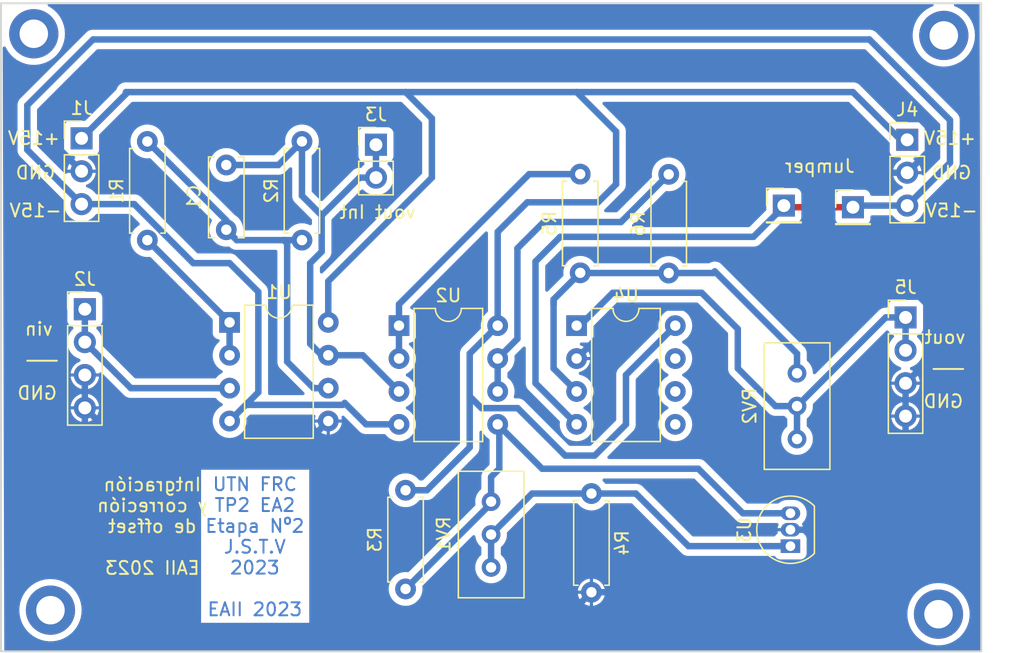
<source format=kicad_pcb>
(kicad_pcb (version 20221018) (generator pcbnew)
  (layers (0 "F.Cu" signal) (31 "B.Cu" signal) (34 "B.Paste" user) (35 "F.Paste" user) (36 "B.SilkS" user "B.Silkscreen") (37 "F.SilkS" user "F.Silkscreen") (38 "B.Mask" user) (39 "F.Mask" user) (44 "Edge.Cuts" user))
  (net 0 "")
  (net 1 "Net-(U1B--)")
  (net 2 "Vout_Integ")
  (net 3 "+15V")
  (net 4 "GND")
  (net 5 "-15V")
  (net 6 "Vin2")
  (net 7 "Vout2")
  (net 8 "Net-(U1A--)")
  (net 9 "Net-(U2B-+)")
  (net 10 "Net-(U3-REF)")
  (net 11 "Net-(U4A-+)")
  (net 12 "Net-(U2A--)")
  (net 13 "Net-(U2B--)")
  (footprint "Connector_PinHeader_2.54mm:PinHeader_1x02_P2.54mm_Vertical" (layer "F.Cu") (at 117.983 71.12)
    (fp_text reference "J3" (at 0 -2.33) (layer "F.SilkS") (effects (justify mirror)))
    (fp_text value "Conn_VoutInteg")
    (fp_line (start -1.33 -1.33) (end 0 -1.33) (stroke (width 0.12)) (layer "F.SilkS"))
    (fp_line (start -1.33 0) (end -1.33 -1.33) (stroke (width 0.12)) (layer "F.SilkS"))
    (fp_line (start -1.33 1.27) (end -1.33 3.87) (stroke (width 0.12)) (layer "F.SilkS"))
    (fp_line (start -1.33 1.27) (end 1.33 1.27) (stroke (width 0.12)) (layer "F.SilkS"))
    (fp_line (start -1.33 3.87) (end 1.33 3.87) (stroke (width 0.12)) (layer "F.SilkS"))
    (fp_line (start 1.33 1.27) (end 1.33 3.87) (stroke (width 0.12)) (layer "F.SilkS"))
    (pad "1" thru_hole rect (at 0 0) (size 1.7 1.7) (drill 1) (layers "*.Cu" "*.Mask") (net 2 "Vout_Integ"))
    (pad "2" thru_hole oval (at 0 2.54) (size 1.7 1.7) (drill 1) (layers "*.Cu" "*.Mask") (net 2 "Vout_Integ"))
  )
  (footprint "Resistor_THT:R_Axial_DIN0207_L6.3mm_D2.5mm_P7.62mm_Horizontal" (layer "F.Cu") (at 112.268 78.486 90)
    (fp_text reference "R2" (at 3.81 -2.37 90) (layer "F.SilkS") (effects (justify mirror)))
    (fp_text value "100k")
    (fp_line (start 0.54 -1.37) (end 7.08 -1.37) (stroke (width 0.12)) (layer "F.SilkS"))
    (fp_line (start 0.54 -1.04) (end 0.54 -1.37) (stroke (width 0.12)) (layer "F.SilkS"))
    (fp_line (start 0.54 1.04) (end 0.54 1.37) (stroke (width 0.12)) (layer "F.SilkS"))
    (fp_line (start 0.54 1.37) (end 7.08 1.37) (stroke (width 0.12)) (layer "F.SilkS"))
    (fp_line (start 7.08 -1.37) (end 7.08 -1.04) (stroke (width 0.12)) (layer "F.SilkS"))
    (fp_line (start 7.08 1.37) (end 7.08 1.04) (stroke (width 0.12)) (layer "F.SilkS"))
    (pad "1" thru_hole circle (at 0 0 90) (size 1.6 1.6) (drill 0.8) (layers "*.Cu" "*.Mask") (net 1 "Net-(U1B--)"))
    (pad "2" thru_hole oval (at 7.62 0 90) (size 1.6 1.6) (drill 0.8) (layers "*.Cu" "*.Mask") (net 2 "Vout_Integ"))
  )
  (footprint "Resistor_THT:R_Axial_DIN0207_L6.3mm_D2.5mm_P7.62mm_Horizontal" (layer "F.Cu") (at 120.269 105.42 90)
    (fp_text reference "R3" (at 3.81 -2.37 90) (layer "F.SilkS") (effects (justify mirror)))
    (fp_text value "10k")
    (fp_line (start 0.54 -1.37) (end 7.08 -1.37) (stroke (width 0.12)) (layer "F.SilkS"))
    (fp_line (start 0.54 -1.04) (end 0.54 -1.37) (stroke (width 0.12)) (layer "F.SilkS"))
    (fp_line (start 0.54 1.04) (end 0.54 1.37) (stroke (width 0.12)) (layer "F.SilkS"))
    (fp_line (start 0.54 1.37) (end 7.08 1.37) (stroke (width 0.12)) (layer "F.SilkS"))
    (fp_line (start 7.08 -1.37) (end 7.08 -1.04) (stroke (width 0.12)) (layer "F.SilkS"))
    (fp_line (start 7.08 1.37) (end 7.08 1.04) (stroke (width 0.12)) (layer "F.SilkS"))
    (pad "1" thru_hole circle (at 0 0 90) (size 1.6 1.6) (drill 0.8) (layers "*.Cu" "*.Mask") (net 9 "Net-(U2B-+)"))
    (pad "2" thru_hole oval (at 7.62 0 90) (size 1.6 1.6) (drill 0.8) (layers "*.Cu" "*.Mask") (net 3 "+15V"))
  )
  (footprint "" (layer "F.Cu") (at 161.42 107.37)
    (fp_text reference "" (at 0 0) (layer "F.SilkS") (effects (font (size 1.27 1.27))))
    (fp_text value "" (at 0 0) (layer "F.SilkS") (effects (font (size 1.27 1.27))))
    (pad "1" thru_hole circle (at 0 0) (size 3.8 3.8) (drill 2.2) (layers "*.Cu" "*.Mask"))
  )
  (footprint "Potentiometer_THT:Potentiometer_Bourns_3296W_Vertical" (layer "F.Cu") (at 150.495 88.763 90)
    (fp_text reference "RV2" (at -2.54 -3.66 90) (layer "F.SilkS") (effects (justify mirror)))
    (fp_text value "50k")
    (fp_line (start -7.425 -2.53) (end -7.425 2.54) (stroke (width 0.12)) (layer "F.SilkS"))
    (fp_line (start -7.425 -2.53) (end 2.345 -2.53) (stroke (width 0.12)) (layer "F.SilkS"))
    (fp_line (start -7.425 2.54) (end 2.345 2.54) (stroke (width 0.12)) (layer "F.SilkS"))
    (fp_line (start 2.345 -2.53) (end 2.345 2.54) (stroke (width 0.12)) (layer "F.SilkS"))
    (pad "1" thru_hole circle (at 0 0 90) (size 1.44 1.44) (drill 0.8) (layers "*.Cu" "*.Mask") (net 11 "Net-(U4A-+)"))
    (pad "2" thru_hole circle (at -2.54 0 90) (size 1.44 1.44) (drill 0.8) (layers "*.Cu" "*.Mask") (net 7 "Vout2"))
    (pad "3" thru_hole circle (at -5.08 0 90) (size 1.44 1.44) (drill 0.8) (layers "*.Cu" "*.Mask") (net 7 "Vout2"))
  )
  (footprint "Potentiometer_THT:Potentiometer_Bourns_3296W_Vertical" (layer "F.Cu") (at 126.873 98.679 90)
    (fp_text reference "RV1" (at -2.54 -3.66 90) (layer "F.SilkS") (effects (justify mirror)))
    (fp_text value "10k")
    (fp_line (start -7.425 -2.53) (end -7.425 2.54) (stroke (width 0.12)) (layer "F.SilkS"))
    (fp_line (start -7.425 -2.53) (end 2.345 -2.53) (stroke (width 0.12)) (layer "F.SilkS"))
    (fp_line (start -7.425 2.54) (end 2.345 2.54) (stroke (width 0.12)) (layer "F.SilkS"))
    (fp_line (start 2.345 -2.53) (end 2.345 2.54) (stroke (width 0.12)) (layer "F.SilkS"))
    (pad "1" thru_hole circle (at 0 0 90) (size 1.44 1.44) (drill 0.8) (layers "*.Cu" "*.Mask") (net 9 "Net-(U2B-+)"))
    (pad "2" thru_hole circle (at -2.54 0 90) (size 1.44 1.44) (drill 0.8) (layers "*.Cu" "*.Mask") (net 10 "Net-(U3-REF)"))
    (pad "3" thru_hole circle (at -5.08 0 90) (size 1.44 1.44) (drill 0.8) (layers "*.Cu" "*.Mask") (net 10 "Net-(U3-REF)"))
  )
  (footprint "MountingHole:MountingHole_2.2mm_M2_ISO14580_Pad" (layer "F.Cu") (at 91.56 62.55)
    (fp_text reference "REF**" hide)
    (fp_text value "MountingHole_2.2mm_M2_ISO14580_Pad" hide)
    (pad "1" thru_hole circle (at 0 0) (size 3.8 3.8) (drill 2.2) (layers "*.Cu" "*.Mask"))
  )
  (footprint "Connector_PinHeader_2.54mm:PinHeader_1x04_P2.54mm_Vertical" (layer "F.Cu") (at 158.877 84.455)
    (fp_text reference "J5" (at 0 -2.33) (layer "F.SilkS") (effects (justify mirror)))
    (fp_text value "Conn_Vout")
    (fp_line (start -1.33 -1.33) (end 0 -1.33) (stroke (width 0.12)) (layer "F.SilkS"))
    (fp_line (start -1.33 0) (end -1.33 -1.33) (stroke (width 0.12)) (layer "F.SilkS"))
    (fp_line (start -1.33 1.27) (end -1.33 8.95) (stroke (width 0.12)) (layer "F.SilkS"))
    (fp_line (start -1.33 1.27) (end 1.33 1.27) (stroke (width 0.12)) (layer "F.SilkS"))
    (fp_line (start -1.33 8.95) (end 1.33 8.95) (stroke (width 0.12)) (layer "F.SilkS"))
    (fp_line (start 1.33 1.27) (end 1.33 8.95) (stroke (width 0.12)) (layer "F.SilkS"))
    (pad "1" thru_hole rect (at 0 0) (size 1.7 1.7) (drill 1) (layers "*.Cu" "*.Mask") (net 7 "Vout2"))
    (pad "2" thru_hole oval (at 0 2.54) (size 1.7 1.7) (drill 1) (layers "*.Cu" "*.Mask") (net 7 "Vout2"))
    (pad "3" thru_hole oval (at 0 5.08) (size 1.7 1.7) (drill 1) (layers "*.Cu" "*.Mask") (net 4 "GND"))
    (pad "4" thru_hole oval (at 0 7.62) (size 1.7 1.7) (drill 1) (layers "*.Cu" "*.Mask") (net 4 "GND"))
  )
  (footprint "Resistor_THT:R_Axial_DIN0207_L6.3mm_D2.5mm_P7.62mm_Horizontal" (layer "F.Cu") (at 100.33 78.486 90)
    (fp_text reference "R1" (at 3.81 -2.37 90) (layer "F.SilkS") (effects (justify mirror)))
    (fp_text value "10k")
    (fp_line (start 0.54 -1.37) (end 7.08 -1.37) (stroke (width 0.12)) (layer "F.SilkS"))
    (fp_line (start 0.54 -1.04) (end 0.54 -1.37) (stroke (width 0.12)) (layer "F.SilkS"))
    (fp_line (start 0.54 1.04) (end 0.54 1.37) (stroke (width 0.12)) (layer "F.SilkS"))
    (fp_line (start 0.54 1.37) (end 7.08 1.37) (stroke (width 0.12)) (layer "F.SilkS"))
    (fp_line (start 7.08 -1.37) (end 7.08 -1.04) (stroke (width 0.12)) (layer "F.SilkS"))
    (fp_line (start 7.08 1.37) (end 7.08 1.04) (stroke (width 0.12)) (layer "F.SilkS"))
    (pad "1" thru_hole circle (at 0 0 90) (size 1.6 1.6) (drill 0.8) (layers "*.Cu" "*.Mask") (net 8 "Net-(U1A--)"))
    (pad "2" thru_hole oval (at 7.62 0 90) (size 1.6 1.6) (drill 0.8) (layers "*.Cu" "*.Mask") (net 1 "Net-(U1B--)"))
  )
  (footprint "Connector_PinHeader_2.54mm:PinHeader_1x04_P2.54mm_Vertical" (layer "F.Cu") (at 95.504 83.82)
    (fp_text reference "J2" (at 0 -2.33) (layer "F.SilkS") (effects (justify mirror)))
    (fp_text value "Conn_Vin")
    (fp_line (start -1.33 -1.33) (end 0 -1.33) (stroke (width 0.12)) (layer "F.SilkS"))
    (fp_line (start -1.33 0) (end -1.33 -1.33) (stroke (width 0.12)) (layer "F.SilkS"))
    (fp_line (start -1.33 1.27) (end -1.33 8.95) (stroke (width 0.12)) (layer "F.SilkS"))
    (fp_line (start -1.33 1.27) (end 1.33 1.27) (stroke (width 0.12)) (layer "F.SilkS"))
    (fp_line (start -1.33 8.95) (end 1.33 8.95) (stroke (width 0.12)) (layer "F.SilkS"))
    (fp_line (start 1.33 1.27) (end 1.33 8.95) (stroke (width 0.12)) (layer "F.SilkS"))
    (pad "1" thru_hole rect (at 0 0) (size 1.7 1.7) (drill 1) (layers "*.Cu" "*.Mask") (net 6 "Vin2"))
    (pad "2" thru_hole oval (at 0 2.54) (size 1.7 1.7) (drill 1) (layers "*.Cu" "*.Mask") (net 6 "Vin2"))
    (pad "3" thru_hole oval (at 0 5.08) (size 1.7 1.7) (drill 1) (layers "*.Cu" "*.Mask") (net 4 "GND"))
    (pad "4" thru_hole oval (at 0 7.62) (size 1.7 1.7) (drill 1) (layers "*.Cu" "*.Mask") (net 4 "GND"))
  )
  (footprint "Capacitor_THT:C_Disc_D6.0mm_W2.5mm_P5.00mm" (layer "F.Cu") (at 106.426 77.684 90)
    (fp_text reference "C1" (at 2.5 -2.5 90) (layer "F.SilkS") (effects (justify mirror)))
    (fp_text value "10n")
    (fp_line (start -0.62 -1.37) (end -0.62 -0.925) (stroke (width 0.12)) (layer "F.SilkS"))
    (fp_line (start -0.62 -1.37) (end 5.62 -1.37) (stroke (width 0.12)) (layer "F.SilkS"))
    (fp_line (start -0.62 0.925) (end -0.62 1.37) (stroke (width 0.12)) (layer "F.SilkS"))
    (fp_line (start -0.62 1.37) (end 5.62 1.37) (stroke (width 0.12)) (layer "F.SilkS"))
    (fp_line (start 5.62 -1.37) (end 5.62 -0.925) (stroke (width 0.12)) (layer "F.SilkS"))
    (fp_line (start 5.62 0.925) (end 5.62 1.37) (stroke (width 0.12)) (layer "F.SilkS"))
    (pad "1" thru_hole circle (at 0 0 90) (size 1.6 1.6) (drill 0.8) (layers "*.Cu" "*.Mask") (net 1 "Net-(U1B--)"))
    (pad "2" thru_hole circle (at 5 0 90) (size 1.6 1.6) (drill 0.8) (layers "*.Cu" "*.Mask") (net 2 "Vout_Integ"))
  )
  (footprint "Connector_PinHeader_2.54mm:PinHeader_1x01_P2.54mm_Vertical" (layer "F.Cu") (at 154.813 75.946)
    (fp_text reference "Jumper" (at -2.563 -3.176) (layer "F.SilkS") (effects (justify mirror)))
    (fp_text value "PinHeader_1x01_P2.54mm_Vertical")
    (fp_line (start -1.33 -1.33) (end 0 -1.33) (stroke (width 0.12)) (layer "F.SilkS"))
    (fp_line (start -1.33 0) (end -1.33 -1.33) (stroke (width 0.12)) (layer "F.SilkS"))
    (fp_line (start -1.33 1.27) (end -1.33 1.33) (stroke (width 0.12)) (layer "F.SilkS"))
    (fp_line (start -1.33 1.27) (end 1.33 1.27) (stroke (width 0.12)) (layer "F.SilkS"))
    (fp_line (start -1.33 1.33) (end 1.33 1.33) (stroke (width 0.12)) (layer "F.SilkS"))
    (fp_line (start 1.33 1.27) (end 1.33 1.33) (stroke (width 0.12)) (layer "F.SilkS"))
    (pad "1" thru_hole rect (at 0 0) (size 1.7 1.7) (drill 1) (layers "*.Cu" "*.Mask"))
  )
  (footprint "MountingHole:MountingHole_2.2mm_M2_ISO14580_Pad" (layer "F.Cu") (at 92.85 107.06)
    (fp_text reference "REF**" hide)
    (fp_text value "MountingHole_2.2mm_M2_ISO14580_Pad" hide)
    (pad "1" thru_hole circle (at 0 0) (size 3.8 3.8) (drill 2.2) (layers "*.Cu" "*.Mask"))
  )
  (footprint "Package_DIP:DIP-8_W7.62mm" (layer "F.Cu") (at 106.68 84.836)
    (fp_text reference "U1" (at 3.81 -2.33) (layer "F.SilkS") (effects (justify mirror)))
    (fp_text value "TL082")
    (fp_line (start 1.16 -1.33) (end 1.16 8.95) (stroke (width 0.12)) (layer "F.SilkS"))
    (fp_line (start 1.16 8.95) (end 6.46 8.95) (stroke (width 0.12)) (layer "F.SilkS"))
    (fp_line (start 2.81 -1.33) (end 1.16 -1.33) (stroke (width 0.12)) (layer "F.SilkS"))
    (fp_line (start 6.46 -1.33) (end 4.81 -1.33) (stroke (width 0.12)) (layer "F.SilkS"))
    (fp_line (start 6.46 8.95) (end 6.46 -1.33) (stroke (width 0.12)) (layer "F.SilkS"))
    (fp_arc (start 4.81 -1.33) (mid 3.81 -0.33) (end 2.81 -1.33) (stroke (width 0.12)) (layer "F.SilkS"))
    (pad "1" thru_hole rect (at 0 0) (size 1.6 1.6) (drill 0.8) (layers "*.Cu" "*.Mask") (net 8 "Net-(U1A--)"))
    (pad "2" thru_hole oval (at 0 2.54) (size 1.6 1.6) (drill 0.8) (layers "*.Cu" "*.Mask") (net 8 "Net-(U1A--)"))
    (pad "3" thru_hole oval (at 0 5.08) (size 1.6 1.6) (drill 0.8) (layers "*.Cu" "*.Mask") (net 6 "Vin2"))
    (pad "4" thru_hole oval (at 0 7.62) (size 1.6 1.6) (drill 0.8) (layers "*.Cu" "*.Mask") (net 5 "-15V"))
    (pad "5" thru_hole oval (at 7.62 7.62) (size 1.6 1.6) (drill 0.8) (layers "*.Cu" "*.Mask") (net 4 "GND"))
    (pad "6" thru_hole oval (at 7.62 5.08) (size 1.6 1.6) (drill 0.8) (layers "*.Cu" "*.Mask") (net 1 "Net-(U1B--)"))
    (pad "7" thru_hole oval (at 7.62 2.54) (size 1.6 1.6) (drill 0.8) (layers "*.Cu" "*.Mask") (net 2 "Vout_Integ"))
    (pad "8" thru_hole oval (at 7.62 0) (size 1.6 1.6) (drill 0.8) (layers "*.Cu" "*.Mask") (net 3 "+15V"))
  )
  (footprint "Resistor_THT:R_Axial_DIN0207_L6.3mm_D2.5mm_P7.62mm_Horizontal" (layer "F.Cu") (at 133.755 81.01 90)
    (fp_text reference "R5" (at 3.81 -2.37 90) (layer "F.SilkS") (effects (justify mirror)))
    (fp_text value "10k")
    (fp_line (start 0.54 -1.37) (end 7.08 -1.37) (stroke (width 0.12)) (layer "F.SilkS"))
    (fp_line (start 0.54 -1.04) (end 0.54 -1.37) (stroke (width 0.12)) (layer "F.SilkS"))
    (fp_line (start 0.54 1.04) (end 0.54 1.37) (stroke (width 0.12)) (layer "F.SilkS"))
    (fp_line (start 0.54 1.37) (end 7.08 1.37) (stroke (width 0.12)) (layer "F.SilkS"))
    (fp_line (start 7.08 -1.37) (end 7.08 -1.04) (stroke (width 0.12)) (layer "F.SilkS"))
    (fp_line (start 7.08 1.37) (end 7.08 1.04) (stroke (width 0.12)) (layer "F.SilkS"))
    (pad "1" thru_hole circle (at 0 0 90) (size 1.6 1.6) (drill 0.8) (layers "*.Cu" "*.Mask") (net 11 "Net-(U4A-+)"))
    (pad "2" thru_hole oval (at 7.62 0 90) (size 1.6 1.6) (drill 0.8) (layers "*.Cu" "*.Mask") (net 12 "Net-(U2A--)"))
  )
  (footprint "Package_DIP:DIP-8_W7.62mm" (layer "F.Cu") (at 119.761 85.09)
    (fp_text reference "U2" (at 3.81 -2.33) (layer "F.SilkS") (effects (justify mirror)))
    (fp_text value "TL082")
    (fp_line (start 1.16 -1.33) (end 1.16 8.95) (stroke (width 0.12)) (layer "F.SilkS"))
    (fp_line (start 1.16 8.95) (end 6.46 8.95) (stroke (width 0.12)) (layer "F.SilkS"))
    (fp_line (start 2.81 -1.33) (end 1.16 -1.33) (stroke (width 0.12)) (layer "F.SilkS"))
    (fp_line (start 6.46 -1.33) (end 4.81 -1.33) (stroke (width 0.12)) (layer "F.SilkS"))
    (fp_line (start 6.46 8.95) (end 6.46 -1.33) (stroke (width 0.12)) (layer "F.SilkS"))
    (fp_arc (start 4.81 -1.33) (mid 3.81 -0.33) (end 2.81 -1.33) (stroke (width 0.12)) (layer "F.SilkS"))
    (pad "1" thru_hole rect (at 0 0) (size 1.6 1.6) (drill 0.8) (layers "*.Cu" "*.Mask") (net 12 "Net-(U2A--)"))
    (pad "2" thru_hole oval (at 0 2.54) (size 1.6 1.6) (drill 0.8) (layers "*.Cu" "*.Mask") (net 12 "Net-(U2A--)"))
    (pad "3" thru_hole oval (at 0 5.08) (size 1.6 1.6) (drill 0.8) (layers "*.Cu" "*.Mask") (net 2 "Vout_Integ"))
    (pad "4" thru_hole oval (at 0 7.62) (size 1.6 1.6) (drill 0.8) (layers "*.Cu" "*.Mask") (net 5 "-15V"))
    (pad "5" thru_hole oval (at 7.62 7.62) (size 1.6 1.6) (drill 0.8) (layers "*.Cu" "*.Mask") (net 9 "Net-(U2B-+)"))
    (pad "6" thru_hole oval (at 7.62 5.08) (size 1.6 1.6) (drill 0.8) (layers "*.Cu" "*.Mask") (net 13 "Net-(U2B--)"))
    (pad "7" thru_hole oval (at 7.62 2.54) (size 1.6 1.6) (drill 0.8) (layers "*.Cu" "*.Mask") (net 13 "Net-(U2B--)"))
    (pad "8" thru_hole oval (at 7.62 0) (size 1.6 1.6) (drill 0.8) (layers "*.Cu" "*.Mask") (net 3 "+15V"))
  )
  (footprint "Package_TO_SOT_THT:TO-92_Inline" (layer "F.Cu") (at 149.987 102.118 90)
    (fp_text reference "U3" (at 1.27 -3.56 90) (layer "F.SilkS") (effects (justify mirror)))
    (fp_text value "TL431LP")
    (fp_line (start -0.53 1.85) (end 3.07 1.85) (stroke (width 0.12)) (layer "F.SilkS"))
    (fp_arc (start -0.568478 1.838478) (mid -1.132087 -0.994977) (end 1.27 -2.6) (stroke (width 0.12)) (layer "F.SilkS"))
    (fp_arc (start 1.27 -2.6) (mid 3.672087 -0.994977) (end 3.108478 1.838478) (stroke (width 0.12)) (layer "F.SilkS"))
    (pad "1" thru_hole rect (at 0 0 90) (size 1.05 1.5) (drill 0.75) (layers "*.Cu" "*.Mask") (net 10 "Net-(U3-REF)"))
    (pad "2" thru_hole oval (at 1.27 0 90) (size 1.05 1.5) (drill 0.75) (layers "*.Cu" "*.Mask") (net 4 "GND"))
    (pad "3" thru_hole oval (at 2.54 0 90) (size 1.05 1.5) (drill 0.75) (layers "*.Cu" "*.Mask") (net 9 "Net-(U2B-+)"))
  )
  (footprint "Connector_PinHeader_2.54mm:PinHeader_1x01_P2.54mm_Vertical" (layer "F.Cu") (at 149.479 75.819)
    (fp_text reference "REF**" hide)
    (fp_text value "PinHeader_1x01_P2.54mm_Vertical")
    (fp_line (start -1.33 -1.33) (end 0 -1.33) (stroke (width 0.12)) (layer "F.SilkS"))
    (fp_line (start -1.33 0) (end -1.33 -1.33) (stroke (width 0.12)) (layer "F.SilkS"))
    (fp_line (start -1.33 1.27) (end -1.33 1.33) (stroke (width 0.12)) (layer "F.SilkS"))
    (fp_line (start -1.33 1.27) (end 1.33 1.27) (stroke (width 0.12)) (layer "F.SilkS"))
    (fp_line (start -1.33 1.33) (end 1.33 1.33) (stroke (width 0.12)) (layer "F.SilkS"))
    (fp_line (start 1.33 1.27) (end 1.33 1.33) (stroke (width 0.12)) (layer "F.SilkS"))
    (pad "1" thru_hole rect (at 0 0) (size 1.7 1.7) (drill 1) (layers "*.Cu" "*.Mask"))
  )
  (footprint "Resistor_THT:R_Axial_DIN0207_L6.3mm_D2.5mm_P7.62mm_Horizontal" (layer "F.Cu") (at 140.589 81.026 90)
    (fp_text reference "R6" (at 3.81 -2.37 90) (layer "F.SilkS") (effects (justify mirror)))
    (fp_text value "10k")
    (fp_line (start 0.54 -1.37) (end 7.08 -1.37) (stroke (width 0.12)) (layer "F.SilkS"))
    (fp_line (start 0.54 -1.04) (end 0.54 -1.37) (stroke (width 0.12)) (layer "F.SilkS"))
    (fp_line (start 0.54 1.04) (end 0.54 1.37) (stroke (width 0.12)) (layer "F.SilkS"))
    (fp_line (start 0.54 1.37) (end 7.08 1.37) (stroke (width 0.12)) (layer "F.SilkS"))
    (fp_line (start 7.08 -1.37) (end 7.08 -1.04) (stroke (width 0.12)) (layer "F.SilkS"))
    (fp_line (start 7.08 1.37) (end 7.08 1.04) (stroke (width 0.12)) (layer "F.SilkS"))
    (pad "1" thru_hole circle (at 0 0 90) (size 1.6 1.6) (drill 0.8) (layers "*.Cu" "*.Mask") (net 11 "Net-(U4A-+)"))
    (pad "2" thru_hole oval (at 7.62 0 90) (size 1.6 1.6) (drill 0.8) (layers "*.Cu" "*.Mask") (net 13 "Net-(U2B--)"))
  )
  (footprint "MountingHole:MountingHole_2.2mm_M2_ISO14580_Pad" (layer "F.Cu") (at 161.83 62.68)
    (fp_text reference "REF**" hide)
    (fp_text value "MountingHole_2.2mm_M2_ISO14580_Pad" hide)
    (pad "1" thru_hole circle (at 0 0) (size 3.8 3.8) (drill 2.2) (layers "*.Cu" "*.Mask"))
  )
  (footprint "Package_DIP:DIP-8_W7.62mm" (layer "F.Cu") (at 133.477 85.09)
    (fp_text reference "U4" (at 3.81 -2.33) (layer "F.SilkS") (effects (justify mirror)))
    (fp_text value "TL082")
    (fp_line (start 1.16 -1.33) (end 1.16 8.95) (stroke (width 0.12)) (layer "F.SilkS"))
    (fp_line (start 1.16 8.95) (end 6.46 8.95) (stroke (width 0.12)) (layer "F.SilkS"))
    (fp_line (start 2.81 -1.33) (end 1.16 -1.33) (stroke (width 0.12)) (layer "F.SilkS"))
    (fp_line (start 6.46 -1.33) (end 4.81 -1.33) (stroke (width 0.12)) (layer "F.SilkS"))
    (fp_line (start 6.46 8.95) (end 6.46 -1.33) (stroke (width 0.12)) (layer "F.SilkS"))
    (fp_arc (start 4.81 -1.33) (mid 3.81 -0.33) (end 2.81 -1.33) (stroke (width 0.12)) (layer "F.SilkS"))
    (pad "1" thru_hole rect (at 0 0) (size 1.6 1.6) (drill 0.8) (layers "*.Cu" "*.Mask") (net 7 "Vout2"))
    (pad "2" thru_hole oval (at 0 2.54) (size 1.6 1.6) (drill 0.8) (layers "*.Cu" "*.Mask") (net 4 "GND"))
    (pad "3" thru_hole oval (at 0 5.08) (size 1.6 1.6) (drill 0.8) (layers "*.Cu" "*.Mask") (net 11 "Net-(U4A-+)"))
    (pad "4" thru_hole oval (at 0 7.62) (size 1.6 1.6) (drill 0.8) (layers "*.Cu" "*.Mask") (net 5 "-15V"))
    (pad "5" thru_hole oval (at 7.62 7.62) (size 1.6 1.6) (drill 0.8) (layers "*.Cu" "*.Mask"))
    (pad "6" thru_hole oval (at 7.62 5.08) (size 1.6 1.6) (drill 0.8) (layers "*.Cu" "*.Mask"))
    (pad "7" thru_hole oval (at 7.62 2.54) (size 1.6 1.6) (drill 0.8) (layers "*.Cu" "*.Mask"))
    (pad "8" thru_hole oval (at 7.62 0) (size 1.6 1.6) (drill 0.8) (layers "*.Cu" "*.Mask") (net 3 "+15V"))
  )
  (footprint "Connector_PinHeader_2.54mm:PinHeader_1x03_P2.54mm_Vertical" (layer "F.Cu") (at 159.004 70.739)
    (fp_text reference "J4" (at 0 -2.33) (layer "F.SilkS"))
    (fp_text value "Conn_VoutDC" hide)
    (fp_line (start -1.33 -1.33) (end 0 -1.33) (stroke (width 0.12)) (layer "F.SilkS"))
    (fp_line (start -1.33 0) (end -1.33 -1.33) (stroke (width 0.12)) (layer "F.SilkS"))
    (fp_line (start -1.33 1.27) (end -1.33 6.41) (stroke (width 0.12)) (layer "F.SilkS"))
    (fp_line (start -1.33 1.27) (end 1.33 1.27) (stroke (width 0.12)) (layer "F.SilkS"))
    (fp_line (start -1.33 6.41) (end 1.33 6.41) (stroke (width 0.12)) (layer "F.SilkS"))
    (fp_line (start 1.33 1.27) (end 1.33 6.41) (stroke (width 0.12)) (layer "F.SilkS"))
    (pad "1" thru_hole rect (at 0 0) (size 1.7 1.7) (drill 1) (layers "*.Cu" "*.Mask") (net 3 "+15V"))
    (pad "2" thru_hole oval (at 0 2.54) (size 1.7 1.7) (drill 1) (layers "*.Cu" "*.Mask") (net 4 "GND"))
    (pad "3" thru_hole oval (at 0 5.08) (size 1.7 1.7) (drill 1) (layers "*.Cu" "*.Mask") (net 5 "-15V"))
  )
  (footprint "Resistor_THT:R_Axial_DIN0207_L6.3mm_D2.5mm_P7.62mm_Horizontal" (layer "F.Cu") (at 134.62 98.054 -90)
    (fp_text reference "R4" (at 3.81 -2.37 90) (layer "F.SilkS") (effects (justify mirror)))
    (fp_text value "10k")
    (fp_line (start 0.54 -1.37) (end 7.08 -1.37) (stroke (width 0.12)) (layer "F.SilkS"))
    (fp_line (start 0.54 -1.04) (end 0.54 -1.37) (stroke (width 0.12)) (layer "F.SilkS"))
    (fp_line (start 0.54 1.04) (end 0.54 1.37) (stroke (width 0.12)) (layer "F.SilkS"))
    (fp_line (start 0.54 1.37) (end 7.08 1.37) (stroke (width 0.12)) (layer "F.SilkS"))
    (fp_line (start 7.08 -1.37) (end 7.08 -1.04) (stroke (width 0.12)) (layer "F.SilkS"))
    (fp_line (start 7.08 1.37) (end 7.08 1.04) (stroke (width 0.12)) (layer "F.SilkS"))
    (pad "1" thru_hole circle (at 0 0 270) (size 1.6 1.6) (drill 0.8) (layers "*.Cu" "*.Mask") (net 10 "Net-(U3-REF)"))
    (pad "2" thru_hole oval (at 7.62 0 270) (size 1.6 1.6) (drill 0.8) (layers "*.Cu" "*.Mask") (net 4 "GND"))
  )
  (footprint "Connector_PinHeader_2.54mm:PinHeader_1x03_P2.54mm_Vertical" (layer "F.Cu") (at 95.25 70.627)
    (fp_text reference "J1" (at 0 -2.33) (layer "F.SilkS") (effects (justify mirror)))
    (fp_text value "Conn_VinDC")
    (fp_line (start -1.33 -1.33) (end 0 -1.33) (stroke (width 0.12)) (layer "F.SilkS"))
    (fp_line (start -1.33 0) (end -1.33 -1.33) (stroke (width 0.12)) (layer "F.SilkS"))
    (fp_line (start -1.33 1.27) (end -1.33 6.41) (stroke (width 0.12)) (layer "F.SilkS"))
    (fp_line (start -1.33 1.27) (end 1.33 1.27) (stroke (width 0.12)) (layer "F.SilkS"))
    (fp_line (start -1.33 6.41) (end 1.33 6.41) (stroke (width 0.12)) (layer "F.SilkS"))
    (fp_line (start 1.33 1.27) (end 1.33 6.41) (stroke (width 0.12)) (layer "F.SilkS"))
    (pad "1" thru_hole rect (at 0 0) (size 1.7 1.7) (drill 1) (layers "*.Cu" "*.Mask") (net 3 "+15V"))
    (pad "2" thru_hole oval (at 0 2.54) (size 1.7 1.7) (drill 1) (layers "*.Cu" "*.Mask") (net 4 "GND"))
    (pad "3" thru_hole oval (at 0 5.08) (size 1.7 1.7) (drill 1) (layers "*.Cu" "*.Mask") (net 5 "-15V"))
  )
  (gr_rect (start 89.027 60.198) (end 164.719 110.236) (stroke (width 0.15)) (fill none) (layer "Edge.Cuts"))
  (gr_text "UTN FRC\nTP2 EA2\nEtapa Nº2\nJ.S.T.V\n2023\n\nEAII 2023" (at 108.63 102.17) (layer "B.Cu") (effects (font (size 1 1))))
  (gr_text "-15V\n" (at 91.694 76.2) (layer "F.SilkS") (effects (font (size 1 1)) (justify mirror)))
  (gr_text "+15V\n" (at 162.306 70.612) (layer "F.SilkS") (effects (font (size 1 1)) (justify mirror)))
  (gr_text "GND" (at 162.433 73.279) (layer "F.SilkS") (effects (font (size 1 1)) (justify mirror)))
  (gr_text "GND" (at 161.798 90.932) (layer "F.SilkS") (effects (font (size 1 1)) (justify mirror)))
  (gr_text "vin" (at 91.948 85.344) (layer "F.SilkS") (effects (font (size 1 1)) (justify mirror)))
  (gr_text "vout Int" (at 118.11 76.327) (layer "F.SilkS") (effects (font (size 1 1)) (justify mirror)))
  (gr_text "___" (at 162.179 87.884) (layer "F.SilkS") (effects (font (size 1 1))))
  (gr_text "Intgración\ny correción\nde offset\n\nEAII 2023" (at 100.711 100.584) (layer "F.SilkS") (effects (font (size 1 1)) (justify mirror)))
  (gr_text "+15V\n" (at 91.567 70.612) (layer "F.SilkS") (effects (font (size 1 1)) (justify mirror)))
  (gr_text "vout" (at 161.925 85.979) (layer "F.SilkS") (effects (font (size 1 1)) (justify mirror)))
  (gr_text "GND" (at 91.821 90.297) (layer "F.SilkS") (effects (font (size 1 1)) (justify mirror)))
  (gr_text "___" (at 92.202 87.249) (layer "F.SilkS") (effects (font (size 1 1))))
  (gr_text "-15V\n" (at 162.433 76.2) (layer "F.SilkS") (effects (font (size 1 1)) (justify mirror)))
  (gr_text "GND" (at 91.694 73.279) (layer "F.SilkS") (effects (font (size 1 1)) (justify mirror)))
  (segment (start 110.871 78.486) (end 107.228 78.486) (width 0.5) (layer "B.Cu") (net 1))
  (segment (start 111.125 78.74) (end 110.871 78.486) (width 0.5) (layer "B.Cu") (net 1))
  (segment (start 112.268 78.486) (end 110.871 78.486) (width 0.5) (layer "B.Cu") (net 1))
  (segment (start 107.228 78.486) (end 106.426 77.684) (width 0.5) (layer "B.Cu") (net 1))
  (segment (start 106.426 76.962) (end 106.426 77.684) (width 0.5) (layer "B.Cu") (net 1))
  (segment (start 111.125 87.87237) (end 111.125 78.74) (width 0.5) (layer "B.Cu") (net 1))
  (segment (start 113.16863 89.916) (end 111.125 87.87237) (width 0.5) (layer "B.Cu") (net 1))
  (segment (start 114.3 89.916) (end 113.16863 89.916) (width 0.5) (layer "B.Cu") (net 1))
  (segment (start 100.33 70.866) (end 106.426 76.962) (width 0.5) (layer "B.Cu") (net 1))
  (segment (start 117.983 71.12) (end 117.983 73.66) (width 0.5) (layer "B.Cu") (net 2))
  (segment (start 113.792 76.581) (end 112.268 75.057) (width 0.5) (layer "B.Cu") (net 2))
  (segment (start 113.792 87.376) (end 112.903 86.487) (width 0.5) (layer "B.Cu") (net 2))
  (segment (start 106.426 72.684) (end 110.45 72.684) (width 0.5) (layer "B.Cu") (net 2))
  (segment (start 116.967 87.376) (end 119.761 90.17) (width 0.5) (layer "B.Cu") (net 2))
  (segment (start 112.268 75.057) (end 112.268 70.866) (width 0.5) (layer "B.Cu") (net 2))
  (segment (start 112.903 80.264) (end 113.792 79.375) (width 0.5) (layer "B.Cu") (net 2))
  (segment (start 116.713 73.66) (end 113.792 76.581) (width 0.5) (layer "B.Cu") (net 2))
  (segment (start 112.903 86.487) (end 112.903 80.264) (width 0.5) (layer "B.Cu") (net 2))
  (segment (start 110.45 72.684) (end 112.268 70.866) (width 0.5) (layer "B.Cu") (net 2))
  (segment (start 117.983 73.66) (end 116.713 73.66) (width 0.5) (layer "B.Cu") (net 2))
  (segment (start 114.3 87.376) (end 116.967 87.376) (width 0.5) (layer "B.Cu") (net 2))
  (segment (start 114.3 87.376) (end 113.792 87.376) (width 0.5) (layer "B.Cu") (net 2))
  (segment (start 113.792 79.375) (end 113.792 76.581) (width 0.5) (layer "B.Cu") (net 2))
  (segment (start 133.477 67.056) (end 120.269 67.056) (width 0.5) (layer "B.Cu") (net 3))
  (segment (start 121.91 97.8) (end 125.222 94.488) (width 0.5) (layer "B.Cu") (net 3))
  (segment (start 154.813 67.056) (end 133.477 67.056) (width 0.5) (layer "B.Cu") (net 3))
  (segment (start 137.287 92.71) (end 134.874 95.123) (width 0.5) (layer "B.Cu") (net 3))
  (segment (start 122.301 73.66) (end 122.301 69.088) (width 0.5) (layer "B.Cu") (net 3))
  (segment (start 127.381 85.09) (end 127.381 77.851) (width 0.5) (layer "B.Cu") (net 3))
  (segment (start 134.874 95.123) (end 132.591 95.123) (width 0.5) (layer "B.Cu") (net 3))
  (segment (start 128.928 91.46) (end 126.131 91.46) (width 0.5) (layer "B.Cu") (net 3))
  (segment (start 141.097 85.09) (end 137.287 88.9) (width 0.5) (layer "B.Cu") (net 3))
  (segment (start 98.679 67.198) (end 95.25 70.627) (width 0.5) (layer "B.Cu") (net 3))
  (segment (start 159.004 70.739) (end 158.496 70.739) (width 0.5) (layer "B.Cu") (net 3))
  (segment (start 114.3 81.661) (end 122.301 73.66) (width 0.5) (layer "B.Cu") (net 3))
  (segment (start 120.269 67.056) (end 98.679 67.056) (width 0.5) (layer "B.Cu") (net 3))
  (segment (start 98.679 67.056) (end 98.679 67.198) (width 0.5) (layer "B.Cu") (net 3))
  (segment (start 127.381 85.09) (end 125.222 87.249) (width 0.5) (layer "B.Cu") (net 3))
  (segment (start 135.128 75.565) (end 136.525 74.168) (width 0.5) (layer "B.Cu") (net 3))
  (segment (start 127.381 77.851) (end 129.667 75.565) (width 0.5) (layer "B.Cu") (net 3))
  (segment (start 136.525 74.168) (end 136.525 70.104) (width 0.5) (layer "B.Cu") (net 3))
  (segment (start 114.3 84.836) (end 114.3 81.661) (width 0.5) (layer "B.Cu") (net 3))
  (segment (start 126.131 91.46) (end 125.222 90.551) (width 0.5) (layer "B.Cu") (net 3))
  (segment (start 122.301 69.088) (end 120.269 67.056) (width 0.5) (layer "B.Cu") (net 3))
  (segment (start 137.287 88.9) (end 137.287 92.71) (width 0.5) (layer "B.Cu") (net 3))
  (segment (start 129.667 75.565) (end 135.128 75.565) (width 0.5) (layer "B.Cu") (net 3))
  (segment (start 125.222 94.488) (end 125.222 90.551) (width 0.5) (layer "B.Cu") (net 3))
  (segment (start 136.525 70.104) (end 133.477 67.056) (width 0.5) (layer "B.Cu") (net 3))
  (segment (start 158.496 70.739) (end 154.813 67.056) (width 0.5) (layer "B.Cu") (net 3))
  (segment (start 125.222 90.551) (end 125.222 87.249) (width 0.5) (layer "B.Cu") (net 3))
  (segment (start 132.591 95.123) (end 128.928 91.46) (width 0.5) (layer "B.Cu") (net 3))
  (segment (start 120.269 97.8) (end 121.91 97.8) (width 0.5) (layer "B.Cu") (net 3))
  (segment (start 92.583 68.707) (end 92.583 70.5) (width 0.5) (layer "B.Cu") (net 4))
  (segment (start 154.051 73.279) (end 152.146 75.184) (width 0.5) (layer "B.Cu") (net 4))
  (segment (start 158.877 92.075) (end 158.877 96.774) (width 0.5) (layer "B.Cu") (net 4))
  (segment (start 154.559 102.118) (end 154.559 102.753) (width 0.5) (layer "B.Cu") (net 4))
  (segment (start 150.241 97.409) (end 158.242 97.409) (width 0.5) (layer "B.Cu") (net 4))
  (segment (start 149.987 100.848) (end 153.162 100.848) (width 0.5) (layer "B.Cu") (net 4))
  (segment (start 158.877 96.774) (end 158.242 97.409) (width 0.5) (layer "B.Cu") (net 4))
  (segment (start 151.638 105.674) (end 134.62 105.674) (width 0.5) (layer "B.Cu") (net 4))
  (segment (start 154.559 102.753) (end 151.638 105.674) (width 0.5) (layer "B.Cu") (net 4))
  (segment (start 95.504 91.44) (end 95.504 101.134) (width 0.5) (layer "B.Cu") (net 4))
  (segment (start 154.803 100.848) (end 158.242 97.409) (width 0.5) (layer "B.Cu") (net 4))
  (segment (start 153.162 100.848) (end 153.289 100.848) (width 0.5) (layer "B.Cu") (net 4))
  (segment (start 103.37 109) (end 131.294 109) (width 0.5) (layer "B.Cu") (net 4))
  (segment (start 159.766 82.677) (end 161.4805 84.3915) (width 0.5) (layer "B.Cu") (net 4))
  (segment (start 153.289 100.848) (end 154.559 102.118) (width 0.5) (layer "B.Cu") (net 4))
  (segment (start 161.4805 86.9315) (end 158.877 89.535) (width 0.5) (layer "B.Cu") (net 4))
  (segment (start 155.635 64.77) (end 96.52 64.77) (width 0.5) (layer "B.Cu") (net 4))
  (segment (start 95.504 101.134) (end 103.37 109) (width 0.5) (layer "B.Cu") (net 4))
  (segment (start 95.504 91.44) (end 95.504 88.9) (width 0.5) (layer "B.Cu") (net 4))
  (segment (start 161.4805 84.3915) (end 161.4805 86.9315) (width 0.5) (layer "B.Cu") (net 4))
  (segment (start 144.78 91.948) (end 150.241 97.409) (width 0.5) (layer "B.Cu") (net 4))
  (segment (start 137.414 83.693) (end 142.621 83.693) (width 0.5) (layer "B.Cu") (net 4))
  (segment (start 158.877 92.075) (end 158.877 89.535) (width 0.5) (layer "B.Cu") (net 4))
  (segment (start 160.909 70.044) (end 155.635 64.77) (width 0.5) (layer "B.Cu") (net 4))
  (segment (start 153.162 100.848) (end 154.803 100.848) (width 0.5) (layer "B.Cu") (net 4))
  (segment (start 144.78 85.852) (end 144.78 91.948) (width 0.5) (layer "B.Cu") (net 4))
  (segment (start 159.004 73.279) (end 160.909 71.374) (width 0.5) (layer "B.Cu") (net 4))
  (segment (start 133.477 87.63) (end 137.414 83.693) (width 0.5) (layer "B.Cu") (net 4))
  (segment (start 155.702 82.677) (end 159.766 82.677) (width 0.5) (layer "B.Cu") (net 4))
  (segment (start 131.294 109) (end 134.62 105.674) (width 0.5) (layer "B.Cu") (net 4))
  (segment (start 114.3 92.456) (end 111.379 95.377) (width 0.5) (layer "B.Cu") (net 4))
  (segment (start 99.441 95.377) (end 95.504 91.44) (width 0.5) (layer "B.Cu") (net 4))
  (segment (start 96.52 64.77) (end 92.583 68.707) (width 0.5) (layer "B.Cu") (net 4))
  (segment (start 152.146 79.121) (end 155.702 82.677) (width 0.5) (layer "B.Cu") (net 4))
  (segment (start 160.909 71.374) (end 160.909 70.044) (width 0.5) (layer "B.Cu") (net 4))
  (segment (start 152.146 75.184) (end 152.146 79.121) (width 0.5) (layer "B.Cu") (net 4))
  (segment (start 92.583 70.5) (end 95.25 73.167) (width 0.5) (layer "B.Cu") (net 4))
  (segment (start 142.621 83.693) (end 144.78 85.852) (width 0.5) (layer "B.Cu") (net 4))
  (segment (start 159.004 73.279) (end 154.051 73.279) (width 0.5) (layer "B.Cu") (net 4))
  (segment (start 111.379 95.377) (end 99.441 95.377) (width 0.5) (layer "B.Cu") (net 4))
  (segment (start 149.6695 75.946) (end 149.5425 75.819) (width 0.5) (layer "F.Cu") (net 5))
  (segment (start 154.813 75.946) (end 149.6695 75.946) (width 0.5) (layer "F.Cu") (net 5))
  (via (at 149.5425 75.819) (size 0.8) (drill 0.4) (layers "F.Cu" "B.Cu") (net 5))
  (via (at 154.813 75.946) (size 0.8) (drill 0.4) (layers "F.Cu" "B.Cu") (net 5))
  (segment (start 162.306 69.215) (end 156.083 62.992) (width 0.5) (layer "B.Cu") (net 5))
  (segment (start 108.901 90.235) (end 106.68 92.456) (width 0.5) (layer "B.Cu") (net 5))
  (segment (start 115.423 91.206) (end 107.93 91.206) (width 0.5) (layer "B.Cu") (net 5))
  (segment (start 91.059 71.516) (end 95.25 75.707) (width 0.5) (layer "B.Cu") (net 5))
  (segment (start 95.25 75.707) (end 99.318767 75.707) (width 0.5) (layer "B.Cu") (net 5))
  (segment (start 115.57 91.059) (end 115.423 91.206) (width 0.5) (layer "B.Cu") (net 5))
  (segment (start 162.306 72.517) (end 162.306 69.215) (width 0.5) (layer "B.Cu") (net 5))
  (segment (start 149.5425 75.819) (end 147.1295 78.232) (width 0.5) (layer "B.Cu") (net 5))
  (segment (start 159.004 75.819) (end 162.306 72.517) (width 0.5) (layer "B.Cu") (net 5))
  (segment (start 132.207 78.232) (end 130.302 80.137) (width 0.5) (layer "B.Cu") (net 5))
  (segment (start 154.94 75.819) (end 154.813 75.946) (width 0.5) (layer "B.Cu") (net 5))
  (segment (start 159.004 75.819) (end 154.94 75.819) (width 0.5) (layer "B.Cu") (net 5))
  (segment (start 130.302 89.535) (end 133.477 92.71) (width 0.5) (layer "B.Cu") (net 5))
  (segment (start 96.139 62.992) (end 91.059 68.072) (width 0.5) (layer "B.Cu") (net 5))
  (segment (start 108.901 82.485) (end 108.901 90.235) (width 0.5) (layer "B.Cu") (net 5))
  (segment (start 103.875767 80.264) (end 106.68 80.264) (width 0.5) (layer "B.Cu") (net 5))
  (segment (start 117.221 92.71) (end 115.57 91.059) (width 0.5) (layer "B.Cu") (net 5))
  (segment (start 130.302 80.137) (end 130.302 89.535) (width 0.5) (layer "B.Cu") (net 5))
  (segment (start 119.761 92.71) (end 117.221 92.71) (width 0.5) (layer "B.Cu") (net 5))
  (segment (start 91.059 68.072) (end 91.059 71.516) (width 0.5) (layer "B.Cu") (net 5))
  (segment (start 156.083 62.992) (end 96.139 62.992) (width 0.5) (layer "B.Cu") (net 5))
  (segment (start 147.1295 78.232) (end 132.207 78.232) (width 0.5) (layer "B.Cu") (net 5))
  (segment (start 99.318767 75.707) (end 103.875767 80.264) (width 0.5) (layer "B.Cu") (net 5))
  (segment (start 106.68 80.264) (end 108.901 82.485) (width 0.5) (layer "B.Cu") (net 5))
  (segment (start 106.68 89.916) (end 99.06 89.916) (width 0.5) (layer "B.Cu") (net 6))
  (segment (start 95.504 83.82) (end 95.504 86.36) (width 0.5) (layer "B.Cu") (net 6))
  (segment (start 99.06 89.916) (end 95.504 86.36) (width 0.5) (layer "B.Cu") (net 6))
  (segment (start 150.495 91.303) (end 148.834 91.303) (width 0.5) (layer "B.Cu") (net 7))
  (segment (start 150.495 91.303) (end 150.495 93.843) (width 0.5) (layer "B.Cu") (net 7))
  (segment (start 145.923 85.344) (end 143.129 82.55) (width 0.5) (layer "B.Cu") (net 7))
  (segment (start 148.834 91.303) (end 145.923 88.392) (width 0.5) (layer "B.Cu") (net 7))
  (segment (start 143.129 82.55) (end 136.271 82.55) (width 0.5) (layer "B.Cu") (net 7))
  (segment (start 157.343 84.455) (end 150.495 91.303) (width 0.5) (layer "B.Cu") (net 7))
  (segment (start 136.271 82.55) (end 133.731 85.09) (width 0.5) (layer "B.Cu") (net 7))
  (segment (start 158.877 86.995) (end 158.877 84.455) (width 0.5) (layer "B.Cu") (net 7))
  (segment (start 145.923 88.392) (end 145.923 85.344) (width 0.5) (layer "B.Cu") (net 7))
  (segment (start 133.731 85.09) (end 133.477 85.09) (width 0.5) (layer "B.Cu") (net 7))
  (segment (start 158.877 84.455) (end 157.343 84.455) (width 0.5) (layer "B.Cu") (net 7))
  (segment (start 100.33 78.486) (end 106.68 84.836) (width 0.5) (layer "B.Cu") (net 8))
  (segment (start 106.68 87.376) (end 106.68 84.836) (width 0.5) (layer "B.Cu") (net 8))
  (segment (start 146.314 99.578) (end 142.875 96.139) (width 0.5) (layer "B.Cu") (net 9))
  (segment (start 127.508 92.837) (end 127.381 92.71) (width 0.5) (layer "B.Cu") (net 9))
  (segment (start 149.987 99.578) (end 146.314 99.578) (width 0.5) (layer "B.Cu") (net 9))
  (segment (start 120.269 105.42) (end 126.873 98.816) (width 0.5) (layer "B.Cu") (net 9))
  (segment (start 127.508 96.139) (end 127.508 92.837) (width 0.5) (layer "B.Cu") (net 9))
  (segment (start 142.875 96.139) (end 130.81 96.139) (width 0.5) (layer "B.Cu") (net 9))
  (segment (start 126.873 98.679) (end 126.873 96.774) (width 0.5) (layer "B.Cu") (net 9))
  (segment (start 130.81 96.139) (end 127.381 92.71) (width 0.5) (layer "B.Cu") (net 9))
  (segment (start 126.873 96.774) (end 127.508 96.139) (width 0.5) (layer "B.Cu") (net 9))
  (segment (start 126.873 98.816) (end 126.873 98.679) (width 0.5) (layer "B.Cu") (net 9))
  (segment (start 142.113 102.118) (end 138.049 98.054) (width 0.5) (layer "B.Cu") (net 10))
  (segment (start 126.873 101.219) (end 126.873 103.759) (width 0.5) (layer "B.Cu") (net 10))
  (segment (start 149.987 102.118) (end 142.113 102.118) (width 0.5) (layer "B.Cu") (net 10))
  (segment (start 130.038 98.054) (end 126.873 101.219) (width 0.5) (layer "B.Cu") (net 10))
  (segment (start 126.99 103.642) (end 126.873 103.759) (width 0.5) (layer "B.Cu") (net 10))
  (segment (start 134.62 98.054) (end 130.038 98.054) (width 0.5) (layer "B.Cu") (net 10))
  (segment (start 138.049 98.054) (end 134.62 98.054) (width 0.5) (layer "B.Cu") (net 10))
  (segment (start 133.755 81.01) (end 131.699 83.066) (width 0.5) (layer "B.Cu") (net 11))
  (segment (start 133.477 90.17) (end 131.699 88.392) (width 0.5) (layer "B.Cu") (net 11))
  (segment (start 133.771 81.026) (end 133.755 81.01) (width 0.5) (layer "B.Cu") (net 11))
  (segment (start 131.699 83.066) (end 131.699 83.439) (width 0.5) (layer "B.Cu") (net 11))
  (segment (start 131.699 83.439) (end 131.699 83.185) (width 0.5) (layer "B.Cu") (net 11))
  (segment (start 131.699 88.392) (end 131.699 83.439) (width 0.5) (layer "B.Cu") (net 11))
  (segment (start 150.495 88.763) (end 150.495 87.249) (width 0.5) (layer "B.Cu") (net 11))
  (segment (start 144.018 81.026) (end 140.589 81.026) (width 0.5) (layer "B.Cu") (net 11))
  (segment (start 144.145 80.899) (end 144.018 81.026) (width 0.5) (layer "B.Cu") (net 11))
  (segment (start 140.589 81.026) (end 133.771 81.026) (width 0.5) (layer "B.Cu") (net 11))
  (segment (start 150.495 87.249) (end 144.145 80.899) (width 0.5) (layer "B.Cu") (net 11))
  (segment (start 119.761 83.439) (end 119.761 85.09) (width 0.5) (layer "B.Cu") (net 12))
  (segment (start 133.755 73.39) (end 129.81 73.39) (width 0.5) (layer "B.Cu") (net 12))
  (segment (start 119.761 85.09) (end 119.761 87.63) (width 0.5) (layer "B.Cu") (net 12))
  (segment (start 129.81 73.39) (end 119.761 83.439) (width 0.5) (layer "B.Cu") (net 12))
  (segment (start 127.381 90.17) (end 127.381 87.63) (width 0.5) (layer "B.Cu") (net 13))
  (segment (start 128.905 86.106) (end 127.381 87.63) (width 0.5) (layer "B.Cu") (net 13))
  (segment (start 128.905 79.121) (end 128.905 86.106) (width 0.5) (layer "B.Cu") (net 13))
  (segment (start 140.589 73.406) (end 136.906 77.089) (width 0.5) (layer "B.Cu") (net 13))
  (segment (start 136.906 77.089) (end 130.937 77.089) (width 0.5) (layer "B.Cu") (net 13))
  (segment (start 130.937 77.089) (end 128.905 79.121) (width 0.5) (layer "B.Cu") (net 13))
  (zone (net 4) (net_name "GND") (layer "B.Cu") (connect_pads (clearance 0.5)) (min_thickness 0.25) (fill yes (thermal_gap 0.25) (thermal_bridge_width 0.25))
    (polygon (pts (xy 164.719 110.363) (xy 164.592 60.198) (xy 89.154 59.944) (xy 89.281 110.363)))
  )
)
</source>
